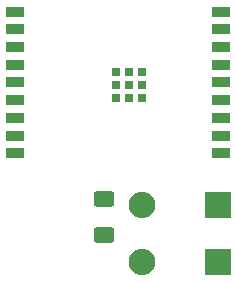
<source format=gbr>
%TF.GenerationSoftware,KiCad,Pcbnew,8.0.4*%
%TF.CreationDate,2024-07-30T16:46:49-04:00*%
%TF.ProjectId,esp32-c3-wroom-socket,65737033-322d-4633-932d-77726f6f6d2d,rev?*%
%TF.SameCoordinates,Original*%
%TF.FileFunction,Paste,Top*%
%TF.FilePolarity,Positive*%
%FSLAX46Y46*%
G04 Gerber Fmt 4.6, Leading zero omitted, Abs format (unit mm)*
G04 Created by KiCad (PCBNEW 8.0.4) date 2024-07-30 16:46:49*
%MOMM*%
%LPD*%
G01*
G04 APERTURE LIST*
G04 Aperture macros list*
%AMRoundRect*
0 Rectangle with rounded corners*
0 $1 Rounding radius*
0 $2 $3 $4 $5 $6 $7 $8 $9 X,Y pos of 4 corners*
0 Add a 4 corners polygon primitive as box body*
4,1,4,$2,$3,$4,$5,$6,$7,$8,$9,$2,$3,0*
0 Add four circle primitives for the rounded corners*
1,1,$1+$1,$2,$3*
1,1,$1+$1,$4,$5*
1,1,$1+$1,$6,$7*
1,1,$1+$1,$8,$9*
0 Add four rect primitives between the rounded corners*
20,1,$1+$1,$2,$3,$4,$5,0*
20,1,$1+$1,$4,$5,$6,$7,0*
20,1,$1+$1,$6,$7,$8,$9,0*
20,1,$1+$1,$8,$9,$2,$3,0*%
G04 Aperture macros list end*
%ADD10R,1.500000X0.900000*%
%ADD11R,0.700000X0.700000*%
%ADD12R,2.250000X2.250000*%
%ADD13O,2.250000X2.250000*%
%ADD14RoundRect,0.250000X-0.625000X0.400000X-0.625000X-0.400000X0.625000X-0.400000X0.625000X0.400000X0*%
G04 APERTURE END LIST*
D10*
%TO.C,U1*%
X148190000Y-58200000D03*
X148190000Y-59700000D03*
X148190000Y-61200000D03*
X148190000Y-62700000D03*
X148190000Y-64200000D03*
X148190000Y-65700000D03*
X148190000Y-67200000D03*
X148190000Y-68700000D03*
X148190000Y-70200000D03*
X165690000Y-70200000D03*
X165690000Y-68700000D03*
X165690000Y-67200000D03*
X165690000Y-65700000D03*
X165690000Y-64200000D03*
X165690000Y-62700000D03*
X165690000Y-61200000D03*
X165690000Y-59700000D03*
X165690000Y-58200000D03*
D11*
X156800000Y-63300000D03*
X157900000Y-63300000D03*
X159000000Y-63300000D03*
X156800000Y-64400000D03*
X157900000Y-64400000D03*
X159000000Y-64400000D03*
X156800000Y-65500000D03*
X157900000Y-65500000D03*
X159000000Y-65500000D03*
%TD*%
D12*
%TO.C,SW1*%
X165450000Y-79400000D03*
D13*
X158950000Y-79400000D03*
%TD*%
D14*
%TO.C,R7*%
X155800000Y-74050000D03*
X155800000Y-77150000D03*
%TD*%
D12*
%TO.C,SW2*%
X165450000Y-74600000D03*
D13*
X158950000Y-74600000D03*
%TD*%
M02*

</source>
